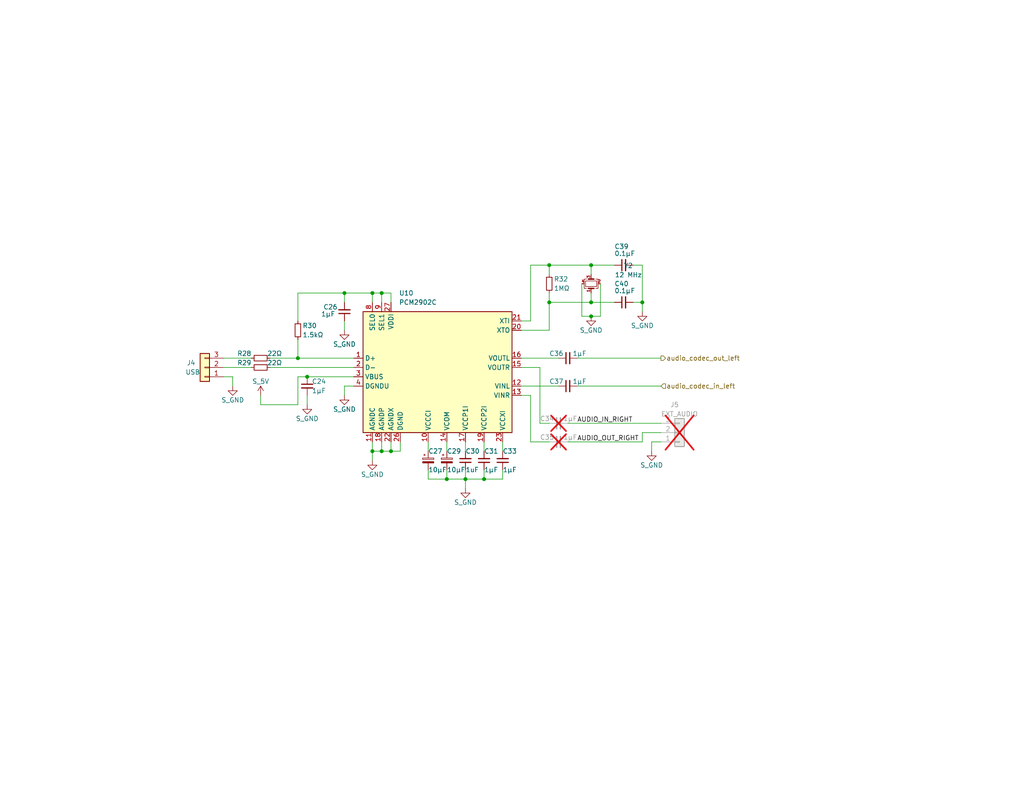
<source format=kicad_sch>
(kicad_sch (version 20250114) (generator "eeschema") (generator_version "9.0")
  (paper "A")
  (lib_symbols
    (symbol "Connector_Generic:Conn_01x03" (pin_names (offset 1.016) (hide yes))
      (property "Reference" "J" (at 0 5.08 0))
      (property "Value" "Conn_01x03" (at 0 -5.08 0))
      (symbol "Conn_01x03_1_1"
        (rectangle (start -1.27 3.81) (end 1.27 -3.81) (stroke (width 0.254)) (fill (type background)))
        (rectangle (start -1.27 2.667) (end 0 2.413) (stroke (width 0.1524)))
        (rectangle (start -1.27 0.127) (end 0 -0.127) (stroke (width 0.1524)))
        (rectangle (start -1.27 -2.413) (end 0 -2.667) (stroke (width 0.1524)))
        (pin passive line (at -5.08 2.54 0) (length 3.81) (name "Pin_1") (number "1"))
        (pin passive line (at -5.08 0 0) (length 3.81) (name "Pin_2") (number "2"))
        (pin passive line (at -5.08 -2.54 0) (length 3.81) (name "Pin_3") (number "3"))
      )
    )
    (symbol "Device:C_Polarized_Small" (pin_numbers (hide yes)) (pin_names (offset 0.254) (hide yes))
      (property "Reference" "C" (at 0.254 1.778 0))
      (property "Value" "C_Polarized_Small" (at 0.254 -2.032 0))
      (symbol "C_Polarized_Small_0_1"
        (rectangle (start -1.524 0.6858) (end 1.524 0.3048))
        (rectangle (start -1.524 -0.3048) (end 1.524 -0.6858) (fill (type outline)))
        (polyline (pts (xy -1.27 1.524) (xy -0.762 1.524)))
        (polyline (pts (xy -1.016 1.27) (xy -1.016 1.778)))
      )
      (symbol "C_Polarized_Small_1_1"
        (pin passive line (at 0 2.54 270) (length 1.8542) (name "~") (number "1"))
        (pin passive line (at 0 -2.54 90) (length 1.8542) (name "~") (number "2"))
      )
    )
    (symbol "Device:C_Small" (pin_numbers (hide yes)) (pin_names (offset 0.254) (hide yes))
      (property "Reference" "C" (at 0.254 1.778 0))
      (property "Value" "C_Small" (at 0.254 -2.032 0))
      (symbol "C_Small_0_1"
        (polyline (pts (xy -1.524 0.508) (xy 1.524 0.508)) (stroke (width 0.3048)))
        (polyline (pts (xy -1.524 -0.508) (xy 1.524 -0.508)) (stroke (width 0.3302)))
      )
      (symbol "C_Small_1_1"
        (pin passive line (at 0 2.54 270) (length 2.032) (name "~") (number "1"))
        (pin passive line (at 0 -2.54 90) (length 2.032) (name "~") (number "2"))
      )
    )
    (symbol "Device:Crystal_GND24_Small" (pin_names (offset 1.016) (hide yes))
      (property "Reference" "Y" (at 1.27 4.445 0))
      (property "Value" "Crystal_GND24_Small" (at 1.27 2.54 0))
      (symbol "Crystal_GND24_Small_0_1"
        (polyline (pts (xy -1.27 1.27) (xy -1.27 1.905) (xy 1.27 1.905) (xy 1.27 1.27)))
        (polyline (pts (xy -1.27 -0.762) (xy -1.27 0.762)) (stroke (width 0.381)))
        (polyline (pts (xy -1.27 -1.27) (xy -1.27 -1.905) (xy 1.27 -1.905) (xy 1.27 -1.27)))
        (rectangle (start -0.762 -1.524) (end 0.762 1.524))
        (polyline (pts (xy 1.27 -0.762) (xy 1.27 0.762)) (stroke (width 0.381)))
      )
      (symbol "Crystal_GND24_Small_1_1"
        (pin passive line (at -2.54 0 0) (length 1.27) (name "1") (number "1"))
        (pin passive line (at 0 2.54 270) (length 0.635) (name "4") (number "4"))
        (pin passive line (at 0 -2.54 90) (length 0.635) (name "2") (number "2"))
        (pin passive line (at 2.54 0 180) (length 1.27) (name "3") (number "3"))
      )
    )
    (symbol "Device:R_Small" (pin_numbers (hide yes)) (pin_names (offset 0.254) (hide yes))
      (property "Reference" "R" (at 0.762 0.508 0))
      (property "Value" "R_Small" (at 0.762 -1.016 0))
      (symbol "R_Small_0_1"
        (rectangle (start -0.762 1.778) (end 0.762 -1.778) (stroke (width 0.2032)))
      )
      (symbol "R_Small_1_1"
        (pin passive line (at 0 2.54 270) (length 0.762) (name "~") (number "1"))
        (pin passive line (at 0 -2.54 90) (length 0.762) (name "~") (number "2"))
      )
    )
    (symbol "PCM2902_1"
      (property "Reference" "U7" (at 0 25.4 0))
      (property "Value" "PCM2902C" (at 0 22.86 0))
      (symbol "PCM2902_1_0_1"
        (rectangle (start -20.32 17.78) (end 20.32 -15.24) (stroke (width 0.254)) (fill (type background)))
      )
      (symbol "PCM2902_1_1_1"
        (pin bidirectional line (at -22.86 5.08 0) (length 2.54) (name "D+") (number "1"))
        (pin bidirectional line (at -22.86 2.54 0) (length 2.54) (name "D-") (number "2"))
        (pin power_in line (at -22.86 0 0) (length 2.54) (name "VBUS") (number "3"))
        (pin power_in line (at -22.86 -2.54 0) (length 2.54) (name "DGNDU") (number "4"))
        (pin input line (at -17.78 20.32 270) (length 2.54) (name "SEL0") (number "8"))
        (pin power_in line (at -17.78 -17.78 90) (length 2.54) (name "AGNDC") (number "11"))
        (pin input line (at -15.24 20.32 270) (length 2.54) (name "SEL1") (number "9"))
        (pin power_in line (at -15.24 -17.78 90) (length 2.54) (name "AGNDP") (number "18"))
        (pin power_out line (at -12.7 20.32 270) (length 2.54) (name "VDDI") (number "27"))
        (pin power_in line (at -12.7 -17.78 90) (length 2.54) (name "AGNDX") (number "22"))
        (pin power_in line (at -10.16 -17.78 90) (length 2.54) (name "DGND") (number "26"))
        (pin no_connect line (at -5.08 17.78 90) (length 2.54) (hide yes) (name "~{SSPND}") (number "28"))
        (pin no_connect line (at -2.54 17.78 90) (length 2.54) (hide yes) (name "DOUT") (number "25"))
        (pin passive line (at -2.54 -17.78 90) (length 2.54) (name "VCCCI") (number "10"))
        (pin no_connect line (at 0 17.78 90) (length 2.54) (hide yes) (name "DIN") (number "24"))
        (pin no_connect line (at 2.54 17.78 90) (length 2.54) (hide yes) (name "HID0") (number "5"))
        (pin passive line (at 2.54 -17.78 90) (length 2.54) (name "VCOM") (number "14"))
        (pin no_connect line (at 5.08 17.78 90) (length 2.54) (hide yes) (name "HID1") (number "6"))
        (pin no_connect line (at 7.62 17.78 90) (length 2.54) (hide yes) (name "HID2") (number "7"))
        (pin passive line (at 7.62 -17.78 90) (length 2.54) (name "VCCP1I") (number "17"))
        (pin passive line (at 12.7 -17.78 90) (length 2.54) (name "VCCP2I") (number "19"))
        (pin passive line (at 17.78 -17.78 90) (length 2.54) (name "VCCXI") (number "23"))
        (pin input line (at 22.86 15.24 180) (length 2.54) (name "XTI") (number "21"))
        (pin output line (at 22.86 12.7 180) (length 2.54) (name "XTO") (number "20"))
        (pin output line (at 22.86 5.08 180) (length 2.54) (name "VOUTL") (number "16"))
        (pin output line (at 22.86 2.54 180) (length 2.54) (name "VOUTR") (number "15"))
        (pin input line (at 22.86 -2.54 180) (length 2.54) (name "VINL") (number "12"))
        (pin input line (at 22.86 -5.08 180) (length 2.54) (name "VINR") (number "13"))
      )
    )
    (symbol "giraffe_symbols:S_5V" (power) (pin_names (offset 0))
      (property "Value" "S_5V" (at 0 5.08 0))
      (symbol "S_5V_0_1"
        (polyline (pts (xy -0.762 1.27) (xy 0 2.54)))
        (polyline (pts (xy 0 2.54) (xy 0.762 1.27)))
        (polyline (pts (xy 0 0) (xy 0 2.54)))
      )
      (symbol "S_5V_1_1"
        (pin power_in line (at 0 0 90) (length 0) (hide yes) (name "S_5V") (number "1"))
      )
    )
    (symbol "giraffe_symbols:S_GND" (power) (pin_names (offset 0))
      (property "Value" "S_GND" (at 0 -3.81 0))
      (symbol "S_GND_0_1"
        (polyline (pts (xy 0 0) (xy 0 -1.27) (xy 1.27 -1.27) (xy 0 -2.54) (xy -1.27 -1.27) (xy 0 -1.27)))
      )
      (symbol "S_GND_1_1"
        (pin power_in line (at 0 0 270) (length 0) (hide yes) (name "S_GND") (number "1"))
      )
    )
  )
  (junction (at 175.26 82.55))
  (junction (at 101.6 123.19))
  (junction (at 104.14 123.19))
  (junction (at 83.82 102.87))
  (junction (at 161.29 86.36))
  (junction (at 127 130.81))
  (junction (at 161.29 82.55))
  (junction (at 81.28 97.79))
  (junction (at 149.86 82.55))
  (junction (at 93.98 80.01))
  (junction (at 101.6 80.01))
  (junction (at 149.86 72.39))
  (junction (at 121.92 130.81))
  (junction (at 106.68 123.19))
  (junction (at 104.14 80.01))
  (junction (at 132.08 130.81))
  (junction (at 161.29 72.39))
  (wire (pts (xy 81.28 80.01) (xy 93.98 80.01)))
  (wire (pts (xy 101.6 120.65) (xy 101.6 123.19)))
  (wire (pts (xy 121.92 120.65) (xy 121.92 123.19)))
  (wire (pts (xy 109.22 120.65) (xy 109.22 123.19)))
  (wire (pts (xy 157.48 105.41) (xy 180.34 105.41)))
  (wire (pts (xy 132.08 120.65) (xy 132.08 123.19)))
  (wire (pts (xy 144.78 120.65) (xy 149.86 120.65)))
  (wire (pts (xy 161.29 72.39) (xy 167.64 72.39)))
  (wire (pts (xy 93.98 105.41) (xy 93.98 107.95)))
  (wire (pts (xy 106.68 80.01) (xy 104.14 80.01)))
  (wire (pts (xy 142.24 100.33) (xy 147.32 100.33)))
  (wire (pts (xy 175.26 118.11) (xy 175.26 120.65)))
  (wire (pts (xy 93.98 80.01) (xy 101.6 80.01)))
  (wire (pts (xy 137.16 120.65) (xy 137.16 123.19)))
  (wire (pts (xy 96.52 105.41) (xy 93.98 105.41)))
  (wire (pts (xy 149.86 80.01) (xy 149.86 82.55)))
  (wire (pts (xy 163.83 86.36) (xy 161.29 86.36)))
  (wire (pts (xy 180.34 118.11) (xy 175.26 118.11)))
  (wire (pts (xy 161.29 80.01) (xy 161.29 82.55)))
  (wire (pts (xy 158.75 86.36) (xy 161.29 86.36)))
  (wire (pts (xy 149.86 72.39) (xy 149.86 74.93)))
  (wire (pts (xy 142.24 97.79) (xy 152.4 97.79)))
  (wire (pts (xy 158.75 77.47) (xy 158.75 86.36)))
  (wire (pts (xy 63.5 102.87) (xy 63.5 105.41)))
  (wire (pts (xy 71.12 107.95) (xy 71.12 110.49)))
  (wire (pts (xy 121.92 128.27) (xy 121.92 130.81)))
  (wire (pts (xy 83.82 102.87) (xy 96.52 102.87)))
  (wire (pts (xy 142.24 107.95) (xy 144.78 107.95)))
  (wire (pts (xy 73.66 100.33) (xy 96.52 100.33)))
  (wire (pts (xy 104.14 123.19) (xy 106.68 123.19)))
  (wire (pts (xy 116.84 128.27) (xy 116.84 130.81)))
  (wire (pts (xy 81.28 102.87) (xy 83.82 102.87)))
  (wire (pts (xy 93.98 82.55) (xy 93.98 80.01)))
  (wire (pts (xy 127 120.65) (xy 127 123.19)))
  (wire (pts (xy 137.16 128.27) (xy 137.16 130.81)))
  (wire (pts (xy 60.96 102.87) (xy 63.5 102.87)))
  (wire (pts (xy 161.29 82.55) (xy 167.64 82.55)))
  (wire (pts (xy 104.14 120.65) (xy 104.14 123.19)))
  (wire (pts (xy 142.24 87.63) (xy 144.78 87.63)))
  (wire (pts (xy 127 130.81) (xy 127 133.35)))
  (wire (pts (xy 142.24 90.17) (xy 149.86 90.17)))
  (wire (pts (xy 149.86 82.55) (xy 149.86 90.17)))
  (wire (pts (xy 147.32 100.33) (xy 147.32 115.57)))
  (wire (pts (xy 177.8 120.65) (xy 180.34 120.65)))
  (wire (pts (xy 106.68 82.55) (xy 106.68 80.01)))
  (wire (pts (xy 161.29 72.39) (xy 161.29 74.93)))
  (wire (pts (xy 175.26 82.55) (xy 175.26 85.09)))
  (wire (pts (xy 93.98 87.63) (xy 93.98 90.17)))
  (wire (pts (xy 83.82 107.95) (xy 83.82 110.49)))
  (wire (pts (xy 154.94 120.65) (xy 175.26 120.65)))
  (wire (pts (xy 172.72 82.55) (xy 175.26 82.55)))
  (wire (pts (xy 157.48 97.79) (xy 180.34 97.79)))
  (wire (pts (xy 144.78 72.39) (xy 149.86 72.39)))
  (wire (pts (xy 71.12 110.49) (xy 81.28 110.49)))
  (wire (pts (xy 104.14 80.01) (xy 101.6 80.01)))
  (wire (pts (xy 127 128.27) (xy 127 130.81)))
  (wire (pts (xy 60.96 100.33) (xy 68.58 100.33)))
  (wire (pts (xy 142.24 105.41) (xy 152.4 105.41)))
  (wire (pts (xy 121.92 130.81) (xy 127 130.81)))
  (wire (pts (xy 172.72 72.39) (xy 175.26 72.39)))
  (wire (pts (xy 81.28 102.87) (xy 81.28 110.49)))
  (wire (pts (xy 116.84 120.65) (xy 116.84 123.19)))
  (wire (pts (xy 132.08 128.27) (xy 132.08 130.81)))
  (wire (pts (xy 132.08 130.81) (xy 127 130.81)))
  (wire (pts (xy 149.86 82.55) (xy 161.29 82.55)))
  (wire (pts (xy 101.6 123.19) (xy 101.6 125.73)))
  (wire (pts (xy 163.83 77.47) (xy 163.83 86.36)))
  (wire (pts (xy 149.86 72.39) (xy 161.29 72.39)))
  (wire (pts (xy 81.28 87.63) (xy 81.28 80.01)))
  (wire (pts (xy 177.8 120.65) (xy 177.8 123.19)))
  (wire (pts (xy 175.26 72.39) (xy 175.26 82.55)))
  (wire (pts (xy 154.94 115.57) (xy 180.34 115.57)))
  (wire (pts (xy 101.6 80.01) (xy 101.6 82.55)))
  (wire (pts (xy 104.14 80.01) (xy 104.14 82.55)))
  (wire (pts (xy 144.78 87.63) (xy 144.78 72.39)))
  (wire (pts (xy 101.6 123.19) (xy 104.14 123.19)))
  (wire (pts (xy 60.96 97.79) (xy 68.58 97.79)))
  (wire (pts (xy 144.78 107.95) (xy 144.78 120.65)))
  (wire (pts (xy 81.28 97.79) (xy 96.52 97.79)))
  (wire (pts (xy 106.68 120.65) (xy 106.68 123.19)))
  (wire (pts (xy 137.16 130.81) (xy 132.08 130.81)))
  (wire (pts (xy 81.28 92.71) (xy 81.28 97.79)))
  (wire (pts (xy 147.32 115.57) (xy 149.86 115.57)))
  (wire (pts (xy 116.84 130.81) (xy 121.92 130.81)))
  (wire (pts (xy 73.66 97.79) (xy 81.28 97.79)))
  (wire (pts (xy 109.22 123.19) (xy 106.68 123.19)))
  (label "AUDIO_IN_RIGHT" (at 157.48 115.57 0))
  (label "AUDIO_OUT_RIGHT" (at 157.48 120.65 0))
  (hierarchical_label "audio_codec_out_left" (shape output) (at 180.34 97.79 0))
  (hierarchical_label "audio_codec_in_left" (shape input) (at 180.34 105.41 0))
  (symbol (lib_id "Device:R_Small") (at 81.28 90.17 0) (unit 1)
    (property "Reference" "R30" (at 82.55 88.9 0) (effects (justify left)))
    (property "Value" "1.5kΩ" (at 82.55 91.44 0) (effects (justify left)))
    (property "Footprint" "Resistor_SMD:R_0603_1608Metric" (effects (hide yes)))
  )
  (symbol (lib_id "Device:R_Small") (at 71.12 97.79 90) (unit 1)
    (property "Reference" "R28" (at 66.675 96.52 90))
    (property "Value" "22Ω" (at 74.93 96.52 90))
    (property "Footprint" "Resistor_SMD:R_0603_1608Metric" (effects (hide yes)))
  )
  (symbol (lib_id "Device:R_Small") (at 71.12 100.33 90) (unit 1)
    (property "Reference" "R29" (at 66.675 99.06 90))
    (property "Value" "22Ω" (at 74.93 99.06 90))
    (property "Footprint" "Resistor_SMD:R_0603_1608Metric" (effects (hide yes)))
  )
  (symbol (lib_id "Device:R_Small") (at 149.86 77.47 180) (unit 1)
    (property "Reference" "R32" (at 151.13 76.2 0) (effects (justify right)))
    (property "Value" "1MΩ" (at 151.13 78.74 0) (effects (justify right)))
    (property "Footprint" "Resistor_SMD:R_0603_1608Metric" (effects (hide yes)))
  )
  (symbol (lib_id "Device:C_Small") (at 170.18 72.39 90) (unit 1)
    (property "Reference" "C39" (at 167.64 67.31 90) (effects (justify right)))
    (property "Value" "0.1μF" (at 167.64 69.215 90) (effects (justify right)))
    (property "Footprint" "Resistor_SMD:R_0603_1608Metric" (effects (hide yes)))
  )
  (symbol (lib_id "Device:C_Small") (at 127 125.73 180) (unit 1)
    (property "Reference" "C30" (at 127 123.19 0) (effects (justify right)))
    (property "Value" "1uF" (at 127 128.27 0) (effects (justify right)))
    (property "Footprint" "Resistor_SMD:R_0805_2012Metric" (effects (hide yes)))
  )
  (symbol (lib_id "giraffe_symbols:S_GND") (at 83.82 110.49 0) (unit 1)
    (property "Reference" "#PWR062" (effects (hide yes)))
    (property "Value" "S_GND" (at 83.82 114.3 0))
  )
  (symbol (lib_id "Device:C_Small") (at 152.4 115.57 90) (mirror x) (unit 1) (on_board no) (dnp yes)
    (property "Reference" "C34" (at 147.32 114.3 90) (effects (justify right)))
    (property "Value" "1μF" (at 153.67 114.3 90) (effects (justify right)))
    (property "Footprint" "Resistor_SMD:R_0805_2012Metric" (effects (hide yes)))
  )
  (symbol (lib_id "giraffe_symbols:S_5V") (at 71.12 107.95 0) (unit 1)
    (property "Reference" "#PWR057" (effects (hide yes)))
    (property "Value" "S_5V" (at 71.12 104.14 0))
  )
  (symbol (lib_id "giraffe_symbols:S_GND") (at 127 133.35 0) (unit 1)
    (property "Reference" "#PWR073" (effects (hide yes)))
    (property "Value" "S_GND" (at 127 137.16 0))
  )
  (symbol (lib_id "Connector_Generic:Conn_01x03") (at 185.42 118.11 0) (mirror x) (unit 1) (on_board no) (dnp yes)
    (property "Reference" "J5" (at 182.88 110.49 0) (effects (justify left)))
    (property "Value" "EXT_AUDIO" (at 180.34 113.03 0) (effects (justify left)))
    (property "Footprint" "Connector_PinHeader_1.00mm:PinHeader_1x03_P1.00mm_Vertical" (effects (hide yes)))
  )
  (symbol (lib_id "Device:C_Small") (at 93.98 85.09 0) (mirror x) (unit 1)
    (property "Reference" "C26" (at 90.17 83.82 0))
    (property "Value" "1μF" (at 89.535 85.725 0))
    (property "Footprint" "Capacitor_SMD:C_0603_1608Metric" (effects (hide yes)))
  )
  (symbol (lib_id "giraffe_symbols:S_GND") (at 177.8 123.19 0) (unit 1)
    (property "Reference" "#PWR082" (effects (hide yes)))
    (property "Value" "S_GND" (at 177.8 127 0))
  )
  (symbol (lib_id "giraffe_symbols:S_GND") (at 161.29 86.36 0) (mirror y) (unit 1)
    (property "Reference" "#PWR027" (effects (hide yes)))
    (property "Value" "S_GND" (at 161.29 90.17 0))
  )
  (symbol (lib_id "giraffe_symbols:S_GND") (at 93.98 90.17 0) (unit 1)
    (property "Reference" "#PWR065" (effects (hide yes)))
    (property "Value" "S_GND" (at 93.98 93.98 0))
  )
  (symbol (lib_id "Device:C_Small") (at 152.4 120.65 90) (mirror x) (unit 1) (on_board no) (dnp yes)
    (property "Reference" "C35" (at 147.32 119.38 90) (effects (justify right)))
    (property "Value" "1μF" (at 153.67 119.38 90) (effects (justify right)))
    (property "Footprint" "Resistor_SMD:R_0805_2012Metric" (effects (hide yes)))
  )
  (symbol (lib_id "Device:C_Small") (at 83.82 105.41 0) (unit 1)
    (property "Reference" "C24" (at 85.09 104.14 0) (effects (justify left)))
    (property "Value" "1μF" (at 85.09 106.68 0) (effects (justify left)))
    (property "Footprint" "Resistor_SMD:R_0805_2012Metric" (effects (hide yes)))
  )
  (symbol (lib_id "giraffe_symbols:S_GND") (at 93.98 107.95 0) (unit 1)
    (property "Reference" "#PWR066" (effects (hide yes)))
    (property "Value" "S_GND" (at 93.98 111.76 0))
  )
  (symbol (lib_id "Device:C_Polarized_Small") (at 116.84 125.73 0) (unit 1)
    (property "Reference" "C27" (at 116.84 123.19 0) (effects (justify left)))
    (property "Value" "10μF" (at 116.84 128.27 0) (effects (justify left)))
    (property "Footprint" "Resistor_SMD:R_1210_3225Metric" (effects (hide yes)))
  )
  (symbol (lib_id "Device:C_Small") (at 137.16 125.73 180) (unit 1)
    (property "Reference" "C33" (at 137.16 123.19 0) (effects (justify right)))
    (property "Value" "1μF" (at 137.16 128.27 0) (effects (justify right)))
    (property "Footprint" "Resistor_SMD:R_0805_2012Metric" (effects (hide yes)))
  )
  (symbol (lib_id "Device:Crystal_GND24_Small") (at 161.29 77.47 90) (unit 1)
    (property "Reference" "Y2" (at 171.45 72.5169 90))
    (property "Value" "12 MHz" (at 171.45 75.0569 90))
    (property "Footprint" "Crystal:Crystal_SMD_3225-4Pin_3.2x2.5mm_HandSoldering" (effects (hide yes)))
    (property "Description" "Four pin crystal, GND on pins 2 and 4, small symbol" (effects (hide yes)))
  )
  (symbol (lib_id "Device:C_Small") (at 170.18 82.55 90) (unit 1)
    (property "Reference" "C40" (at 167.64 77.47 90) (effects (justify right)))
    (property "Value" "0.1μF" (at 167.64 79.375 90) (effects (justify right)))
    (property "Footprint" "Resistor_SMD:R_0603_1608Metric" (effects (hide yes)))
  )
  (symbol (lib_id "giraffe_symbols:S_GND") (at 63.5 105.41 0) (unit 1)
    (property "Reference" "#PWR056" (effects (hide yes)))
    (property "Value" "S_GND" (at 63.5 109.22 0))
  )
  (symbol (lib_id "giraffe_symbols:S_GND") (at 101.6 125.73 0) (unit 1)
    (property "Reference" "#PWR067" (effects (hide yes)))
    (property "Value" "S_GND" (at 101.6 129.54 0))
  )
  (symbol (lib_id "Device:C_Small") (at 154.94 97.79 90) (mirror x) (unit 1)
    (property "Reference" "C36" (at 149.86 96.52 90) (effects (justify right)))
    (property "Value" "1μF" (at 156.21 96.52 90) (effects (justify right)))
    (property "Footprint" "Resistor_SMD:R_0603_1608Metric" (effects (hide yes)))
  )
  (symbol (lib_id "Device:C_Polarized_Small") (at 121.92 125.73 0) (unit 1)
    (property "Reference" "C29" (at 121.92 123.19 0) (effects (justify left)))
    (property "Value" "10μF" (at 121.92 128.27 0) (effects (justify left)))
    (property "Footprint" "Resistor_SMD:R_1210_3225Metric" (effects (hide yes)))
  )
  (symbol (lib_name "PCM2902_1") (lib_id "giraffe_symbols:PCM2902") (at 119.38 102.87 0) (unit 1)
    (property "Reference" "U10" (at 108.8741 80.01 0) (effects (justify left)))
    (property "Value" "PCM2902C" (at 108.8741 82.55 0) (effects (justify left)))
    (property "Footprint" "Package_SO:SSOP-28_5.3x10.2mm_P0.65mm" (effects (hide yes)))
    (property "Datasheet" "http://www.ti.com/lit/ds/symlink/pcm2902c.pdf" (effects (hide yes)))
  )
  (symbol (lib_id "Connector_Generic:Conn_01x03") (at 55.88 100.33 180) (unit 1)
    (property "Reference" "J4" (at 53.34 99.06 0) (effects (justify left)))
    (property "Value" "USB" (at 54.61 101.6 0) (effects (justify left)))
    (property "Footprint" "Connector_PinHeader_1.00mm:PinHeader_1x03_P1.00mm_Vertical" (effects (hide yes)))
  )
  (symbol (lib_id "Device:C_Small") (at 132.08 125.73 180) (unit 1)
    (property "Reference" "C31" (at 132.08 123.19 0) (effects (justify right)))
    (property "Value" "1μF" (at 132.08 128.27 0) (effects (justify right)))
    (property "Footprint" "Resistor_SMD:R_0805_2012Metric" (effects (hide yes)))
  )
  (symbol (lib_id "Device:C_Small") (at 154.94 105.41 90) (mirror x) (unit 1)
    (property "Reference" "C37" (at 149.86 104.14 90) (effects (justify right)))
    (property "Value" "1μF" (at 156.21 104.14 90) (effects (justify right)))
    (property "Footprint" "Resistor_SMD:R_0603_1608Metric" (effects (hide yes)))
  )
  (symbol (lib_id "giraffe_symbols:S_GND") (at 175.26 85.09 0) (unit 1)
    (property "Reference" "#PWR081" (effects (hide yes)))
    (property "Value" "S_GND" (at 175.26 88.9 0))
  )
)
</source>
